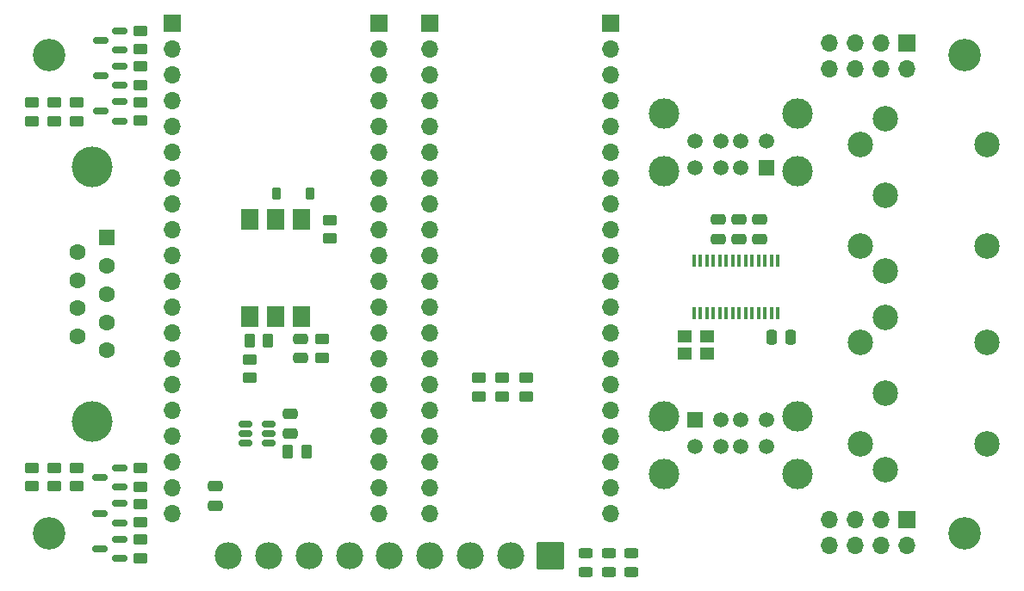
<source format=gts>
G04 #@! TF.GenerationSoftware,KiCad,Pcbnew,8.0.4+dfsg-1*
G04 #@! TF.CreationDate,2025-02-26T12:03:38+01:00*
G04 #@! TF.ProjectId,MiSTeryShield20kRPiPico,4d695354-6572-4795-9368-69656c643230,V2*
G04 #@! TF.SameCoordinates,Original*
G04 #@! TF.FileFunction,Soldermask,Top*
G04 #@! TF.FilePolarity,Negative*
%FSLAX46Y46*%
G04 Gerber Fmt 4.6, Leading zero omitted, Abs format (unit mm)*
G04 Created by KiCad (PCBNEW 8.0.4+dfsg-1) date 2025-02-26 12:03:38*
%MOMM*%
%LPD*%
G01*
G04 APERTURE LIST*
G04 Aperture macros list*
%AMRoundRect*
0 Rectangle with rounded corners*
0 $1 Rounding radius*
0 $2 $3 $4 $5 $6 $7 $8 $9 X,Y pos of 4 corners*
0 Add a 4 corners polygon primitive as box body*
4,1,4,$2,$3,$4,$5,$6,$7,$8,$9,$2,$3,0*
0 Add four circle primitives for the rounded corners*
1,1,$1+$1,$2,$3*
1,1,$1+$1,$4,$5*
1,1,$1+$1,$6,$7*
1,1,$1+$1,$8,$9*
0 Add four rect primitives between the rounded corners*
20,1,$1+$1,$2,$3,$4,$5,0*
20,1,$1+$1,$4,$5,$6,$7,0*
20,1,$1+$1,$6,$7,$8,$9,0*
20,1,$1+$1,$8,$9,$2,$3,0*%
G04 Aperture macros list end*
%ADD10RoundRect,0.250000X-0.450000X0.262500X-0.450000X-0.262500X0.450000X-0.262500X0.450000X0.262500X0*%
%ADD11RoundRect,0.250000X0.450000X-0.262500X0.450000X0.262500X-0.450000X0.262500X-0.450000X-0.262500X0*%
%ADD12RoundRect,0.063500X-1.270000X-1.270000X1.270000X-1.270000X1.270000X1.270000X-1.270000X1.270000X0*%
%ADD13C,2.667000*%
%ADD14R,1.700000X1.700000*%
%ADD15O,1.700000X1.700000*%
%ADD16RoundRect,0.250000X-0.475000X0.250000X-0.475000X-0.250000X0.475000X-0.250000X0.475000X0.250000X0*%
%ADD17RoundRect,0.150000X0.587500X0.150000X-0.587500X0.150000X-0.587500X-0.150000X0.587500X-0.150000X0*%
%ADD18C,3.200000*%
%ADD19R,1.400000X1.200000*%
%ADD20RoundRect,0.243750X-0.456250X0.243750X-0.456250X-0.243750X0.456250X-0.243750X0.456250X0.243750X0*%
%ADD21RoundRect,0.250000X-0.262500X-0.450000X0.262500X-0.450000X0.262500X0.450000X-0.262500X0.450000X0*%
%ADD22RoundRect,0.250000X0.475000X-0.250000X0.475000X0.250000X-0.475000X0.250000X-0.475000X-0.250000X0*%
%ADD23C,4.000000*%
%ADD24R,1.600000X1.600000*%
%ADD25C,1.600000*%
%ADD26R,1.780000X2.000000*%
%ADD27C,2.500000*%
%ADD28RoundRect,0.225000X0.225000X0.375000X-0.225000X0.375000X-0.225000X-0.375000X0.225000X-0.375000X0*%
%ADD29RoundRect,0.250000X0.250000X0.475000X-0.250000X0.475000X-0.250000X-0.475000X0.250000X-0.475000X0*%
%ADD30R,1.500000X1.500000*%
%ADD31C,1.500000*%
%ADD32C,3.000000*%
%ADD33R,0.400000X1.200000*%
%ADD34RoundRect,0.150000X-0.512500X-0.150000X0.512500X-0.150000X0.512500X0.150000X-0.512500X0.150000X0*%
G04 APERTURE END LIST*
D10*
G04 #@! TO.C,R11*
X96632000Y-73520000D03*
X96632000Y-75345000D03*
G04 #@! TD*
D11*
G04 #@! TO.C,R18*
X123792000Y-77162500D03*
X123792000Y-75337500D03*
G04 #@! TD*
D10*
G04 #@! TO.C,R8*
X85892000Y-91237500D03*
X85892000Y-93062500D03*
G04 #@! TD*
D12*
G04 #@! TO.C,J2*
X126232000Y-92850000D03*
D13*
X122272000Y-92850000D03*
X118312000Y-92850000D03*
X114352000Y-92850000D03*
X110392000Y-92850000D03*
X106432000Y-92850000D03*
X102472000Y-92850000D03*
X98512000Y-92850000D03*
X94552000Y-92850000D03*
G04 #@! TD*
D14*
G04 #@! TO.C,J9*
X132122000Y-40390000D03*
D15*
X132122000Y-42930000D03*
X132122000Y-45470000D03*
X132122000Y-48010000D03*
X132122000Y-50550000D03*
X132122000Y-53090000D03*
X132122000Y-55630000D03*
X132122000Y-58170000D03*
X132122000Y-60710000D03*
X132122000Y-63250000D03*
X132122000Y-65790000D03*
X132122000Y-68330000D03*
X132122000Y-70870000D03*
X132122000Y-73410000D03*
X132122000Y-75950000D03*
X132122000Y-78490000D03*
X132122000Y-81030000D03*
X132122000Y-83570000D03*
X132122000Y-86110000D03*
X132122000Y-88650000D03*
G04 #@! TD*
D16*
G04 #@! TO.C,C6*
X142692000Y-59750000D03*
X142692000Y-61650000D03*
G04 #@! TD*
D17*
G04 #@! TO.C,Q4*
X83829500Y-93100000D03*
X83829500Y-91200000D03*
X81954500Y-92150000D03*
G04 #@! TD*
D11*
G04 #@! TO.C,R15*
X104492000Y-61612500D03*
X104492000Y-59787500D03*
G04 #@! TD*
D14*
G04 #@! TO.C,J10*
X161232000Y-42400000D03*
D15*
X161232000Y-44940000D03*
X158692000Y-42400000D03*
X158692000Y-44940000D03*
X156152000Y-42400000D03*
X156152000Y-44940000D03*
X153612000Y-42400000D03*
X153612000Y-44940000D03*
G04 #@! TD*
D18*
G04 #@! TO.C,H3*
X166892000Y-90600000D03*
G04 #@! TD*
D19*
G04 #@! TO.C,Y1*
X141592000Y-71250000D03*
X139392000Y-71250000D03*
X139392000Y-72950000D03*
X141592000Y-72950000D03*
G04 #@! TD*
D10*
G04 #@! TO.C,R13*
X85904500Y-44687500D03*
X85904500Y-46512500D03*
G04 #@! TD*
D16*
G04 #@! TO.C,C5*
X144759500Y-59750000D03*
X144759500Y-61650000D03*
G04 #@! TD*
D20*
G04 #@! TO.C,D3*
X131952000Y-92562500D03*
X131952000Y-94437500D03*
G04 #@! TD*
D16*
G04 #@! TO.C,C7*
X146792000Y-59750000D03*
X146792000Y-61650000D03*
G04 #@! TD*
D21*
G04 #@! TO.C,R14*
X96619500Y-71670000D03*
X98444500Y-71670000D03*
G04 #@! TD*
D10*
G04 #@! TO.C,R9*
X85892000Y-87737500D03*
X85892000Y-89562500D03*
G04 #@! TD*
D22*
G04 #@! TO.C,C2*
X101682000Y-73370000D03*
X101682000Y-71470000D03*
G04 #@! TD*
D20*
G04 #@! TO.C,D2*
X134192000Y-92562500D03*
X134192000Y-94437500D03*
G04 #@! TD*
D23*
G04 #@! TO.C,J1*
X81152331Y-54590000D03*
X81152331Y-79590000D03*
D24*
X82572331Y-61550000D03*
D25*
X82572331Y-64320000D03*
X82572331Y-67090000D03*
X82572331Y-69860000D03*
X82572331Y-72630000D03*
X79732331Y-62935000D03*
X79732331Y-65705000D03*
X79732331Y-68475000D03*
X79732331Y-71245000D03*
G04 #@! TD*
D16*
G04 #@! TO.C,C1*
X93292000Y-86000000D03*
X93292000Y-87900000D03*
G04 #@! TD*
D14*
G04 #@! TO.C,J3*
X161212000Y-89250000D03*
D15*
X161212000Y-91790000D03*
X158672000Y-89250000D03*
X158672000Y-91790000D03*
X156132000Y-89250000D03*
X156132000Y-91790000D03*
X153592000Y-89250000D03*
X153592000Y-91790000D03*
G04 #@! TD*
D10*
G04 #@! TO.C,R10*
X85904500Y-48187500D03*
X85904500Y-50012500D03*
G04 #@! TD*
D18*
G04 #@! TO.C,H2*
X166892000Y-43600000D03*
G04 #@! TD*
D14*
G04 #@! TO.C,J4*
X89022000Y-40390000D03*
D15*
X89022000Y-42930000D03*
X89022000Y-45470000D03*
X89022000Y-48010000D03*
X89022000Y-50550000D03*
X89022000Y-53090000D03*
X89022000Y-55630000D03*
X89022000Y-58170000D03*
X89022000Y-60710000D03*
X89022000Y-63250000D03*
X89022000Y-65790000D03*
X89022000Y-68330000D03*
X89022000Y-70870000D03*
X89022000Y-73410000D03*
X89022000Y-75950000D03*
X89022000Y-78490000D03*
X89022000Y-81030000D03*
X89022000Y-83570000D03*
X89022000Y-86110000D03*
X89022000Y-88650000D03*
G04 #@! TD*
D10*
G04 #@! TO.C,R1*
X79592000Y-84187500D03*
X79592000Y-86012500D03*
G04 #@! TD*
D26*
G04 #@! TO.C,U1*
X101722000Y-59755000D03*
X99182000Y-59755000D03*
X96642000Y-59755000D03*
X96642000Y-69285000D03*
X99182000Y-69285000D03*
X101722000Y-69285000D03*
G04 #@! TD*
D10*
G04 #@! TO.C,R7*
X85892000Y-84237500D03*
X85892000Y-86062500D03*
G04 #@! TD*
D11*
G04 #@! TO.C,R17*
X103732000Y-73332500D03*
X103732000Y-71507500D03*
G04 #@! TD*
D17*
G04 #@! TO.C,Q6*
X83829500Y-89600000D03*
X83829500Y-87700000D03*
X81954500Y-88650000D03*
G04 #@! TD*
D27*
G04 #@! TO.C,J5*
X159142000Y-69350000D03*
X159142000Y-76850000D03*
X159142000Y-84350000D03*
X156642000Y-71850000D03*
X156642000Y-81850000D03*
X169142000Y-81850000D03*
X169142000Y-71850000D03*
G04 #@! TD*
D10*
G04 #@! TO.C,R3*
X77392000Y-84187500D03*
X77392000Y-86012500D03*
G04 #@! TD*
D17*
G04 #@! TO.C,Q2*
X83829500Y-86100000D03*
X83829500Y-84200000D03*
X81954500Y-85150000D03*
G04 #@! TD*
D11*
G04 #@! TO.C,R6*
X77392000Y-50062500D03*
X77392000Y-48237500D03*
G04 #@! TD*
D14*
G04 #@! TO.C,J8*
X114341000Y-40400000D03*
D15*
X114341000Y-42940000D03*
X114341000Y-45480000D03*
X114341000Y-48020000D03*
X114341000Y-50560000D03*
X114341000Y-53100000D03*
X114341000Y-55640000D03*
X114341000Y-58180000D03*
X114341000Y-60720000D03*
X114341000Y-63260000D03*
X114341000Y-65800000D03*
X114341000Y-68340000D03*
X114341000Y-70880000D03*
X114341000Y-73420000D03*
X114341000Y-75960000D03*
X114341000Y-78500000D03*
X114341000Y-81040000D03*
X114341000Y-83580000D03*
X114341000Y-86120000D03*
X114341000Y-88660000D03*
G04 #@! TD*
D11*
G04 #@! TO.C,R20*
X119202000Y-77162500D03*
X119202000Y-75337500D03*
G04 #@! TD*
D28*
G04 #@! TO.C,D1*
X102582000Y-57170000D03*
X99282000Y-57170000D03*
G04 #@! TD*
D17*
G04 #@! TO.C,Q5*
X83842000Y-46550000D03*
X83842000Y-44650000D03*
X81967000Y-45600000D03*
G04 #@! TD*
D20*
G04 #@! TO.C,D4*
X129642000Y-92562500D03*
X129642000Y-94437500D03*
G04 #@! TD*
D21*
G04 #@! TO.C,R16*
X100392000Y-82600000D03*
X102217000Y-82600000D03*
G04 #@! TD*
D17*
G04 #@! TO.C,Q1*
X83842000Y-50050000D03*
X83842000Y-48150000D03*
X81967000Y-49100000D03*
G04 #@! TD*
D29*
G04 #@! TO.C,C4*
X149842000Y-71300000D03*
X147942000Y-71300000D03*
G04 #@! TD*
D14*
G04 #@! TO.C,J7*
X109342000Y-40390000D03*
D15*
X109342000Y-42930000D03*
X109342000Y-45470000D03*
X109342000Y-48010000D03*
X109342000Y-50550000D03*
X109342000Y-53090000D03*
X109342000Y-55630000D03*
X109342000Y-58170000D03*
X109342000Y-60710000D03*
X109342000Y-63250000D03*
X109342000Y-65790000D03*
X109342000Y-68330000D03*
X109342000Y-70870000D03*
X109342000Y-73410000D03*
X109342000Y-75950000D03*
X109342000Y-78490000D03*
X109342000Y-81030000D03*
X109342000Y-83570000D03*
X109342000Y-86110000D03*
X109342000Y-88650000D03*
G04 #@! TD*
D27*
G04 #@! TO.C,J6*
X159142000Y-49850000D03*
X159142000Y-57350000D03*
X159142000Y-64850000D03*
X156642000Y-52350000D03*
X156642000Y-62350000D03*
X169142000Y-62350000D03*
X169142000Y-52350000D03*
G04 #@! TD*
D30*
G04 #@! TO.C,J12*
X147442000Y-54680000D03*
D31*
X144942000Y-54680000D03*
X142942000Y-54680000D03*
X140442000Y-54680000D03*
X147442000Y-52060000D03*
X144942000Y-52060000D03*
X142942000Y-52060000D03*
X140442000Y-52060000D03*
D32*
X150512000Y-55030000D03*
X150512000Y-49350000D03*
X137372000Y-55030000D03*
X137372000Y-49350000D03*
G04 #@! TD*
D16*
G04 #@! TO.C,C3*
X100592000Y-78900000D03*
X100592000Y-80800000D03*
G04 #@! TD*
D17*
G04 #@! TO.C,Q3*
X83842000Y-43050000D03*
X83842000Y-41150000D03*
X81967000Y-42100000D03*
G04 #@! TD*
D18*
G04 #@! TO.C,H1*
X76892000Y-43600000D03*
G04 #@! TD*
D11*
G04 #@! TO.C,R5*
X75192000Y-50062500D03*
X75192000Y-48237500D03*
G04 #@! TD*
D10*
G04 #@! TO.C,R2*
X75192000Y-84187500D03*
X75192000Y-86012500D03*
G04 #@! TD*
G04 #@! TO.C,R12*
X85904500Y-41187500D03*
X85904500Y-43012500D03*
G04 #@! TD*
D11*
G04 #@! TO.C,R4*
X79592000Y-50062500D03*
X79592000Y-48237500D03*
G04 #@! TD*
D18*
G04 #@! TO.C,H4*
X76892000Y-90600000D03*
G04 #@! TD*
D11*
G04 #@! TO.C,R19*
X121492000Y-77162500D03*
X121492000Y-75337500D03*
G04 #@! TD*
D30*
G04 #@! TO.C,J11*
X140442000Y-79470000D03*
D31*
X142942000Y-79470000D03*
X144942000Y-79470000D03*
X147442000Y-79470000D03*
X140442000Y-82090000D03*
X142942000Y-82090000D03*
X144942000Y-82090000D03*
X147442000Y-82090000D03*
D32*
X137372000Y-79120000D03*
X137372000Y-84800000D03*
X150512000Y-79120000D03*
X150512000Y-84800000D03*
G04 #@! TD*
D33*
G04 #@! TO.C,U4*
X140314500Y-69000000D03*
X140949500Y-69000000D03*
X141584500Y-69000000D03*
X142219500Y-69000000D03*
X142854500Y-69000000D03*
X143489500Y-69000000D03*
X144124500Y-69000000D03*
X144759500Y-69000000D03*
X145394500Y-69000000D03*
X146029500Y-69000000D03*
X146664500Y-69000000D03*
X147299500Y-69000000D03*
X147934500Y-69000000D03*
X148569500Y-69000000D03*
X148569500Y-63800000D03*
X147934500Y-63800000D03*
X147299500Y-63800000D03*
X146664500Y-63800000D03*
X146029500Y-63800000D03*
X145394500Y-63800000D03*
X144759500Y-63800000D03*
X144124500Y-63800000D03*
X143489500Y-63800000D03*
X142854500Y-63800000D03*
X142219500Y-63800000D03*
X141584500Y-63800000D03*
X140949500Y-63800000D03*
X140314500Y-63800000D03*
G04 #@! TD*
D34*
G04 #@! TO.C,U2*
X96204500Y-79850000D03*
X96204500Y-80800000D03*
X96204500Y-81750000D03*
X98479500Y-81750000D03*
X98479500Y-80800000D03*
X98479500Y-79850000D03*
G04 #@! TD*
M02*

</source>
